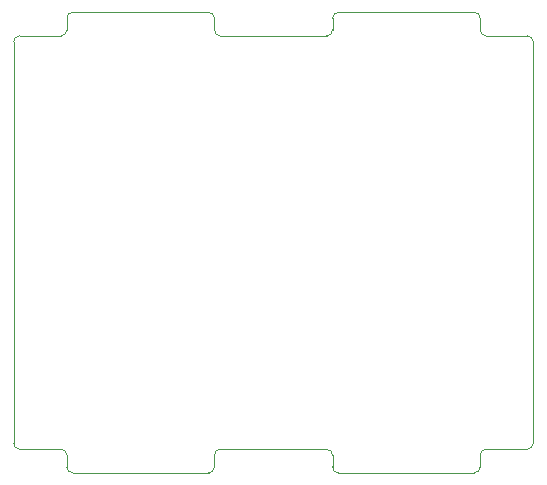
<source format=gm1>
%TF.GenerationSoftware,KiCad,Pcbnew,(6.0.0)*%
%TF.CreationDate,2022-05-26T17:50:24+02:00*%
%TF.ProjectId,slider,736c6964-6572-42e6-9b69-6361645f7063,rev?*%
%TF.SameCoordinates,Original*%
%TF.FileFunction,Profile,NP*%
%FSLAX46Y46*%
G04 Gerber Fmt 4.6, Leading zero omitted, Abs format (unit mm)*
G04 Created by KiCad (PCBNEW (6.0.0)) date 2022-05-26 17:50:24*
%MOMM*%
%LPD*%
G01*
G04 APERTURE LIST*
%TA.AperFunction,Profile*%
%ADD10C,0.100000*%
%TD*%
G04 APERTURE END LIST*
D10*
X134999999Y-82000001D02*
X135000000Y-81000000D01*
X145499999Y-80499999D02*
G75*
G03*
X144999999Y-80999999I1J-500001D01*
G01*
X144999999Y-119000001D02*
G75*
G03*
X145499999Y-119500001I500001J1D01*
G01*
X117999999Y-82999999D02*
X117999999Y-117000001D01*
X145000001Y-117999999D02*
G75*
G03*
X144500001Y-117499999I-500001J-1D01*
G01*
X122000001Y-82500001D02*
G75*
G03*
X122500001Y-82000001I-1J500001D01*
G01*
X135499999Y-117499999D02*
X144500001Y-117499999D01*
X122999999Y-119500001D02*
X134500001Y-119500001D01*
X157999999Y-117499999D02*
X161500001Y-117500002D01*
X117999999Y-117000001D02*
G75*
G03*
X118499999Y-117500001I500001J1D01*
G01*
X157000001Y-119500001D02*
G75*
G03*
X157500001Y-119000001I-1J500001D01*
G01*
X145000001Y-117999999D02*
X145000000Y-119000000D01*
X162000001Y-83000000D02*
X162000001Y-117000002D01*
X122500001Y-117999999D02*
G75*
G03*
X122000001Y-117499999I-500001J-1D01*
G01*
X162000001Y-82999999D02*
G75*
G03*
X161500001Y-82499999I-500001J-1D01*
G01*
X157000001Y-119500001D02*
X145499999Y-119500001D01*
X145000001Y-82000001D02*
X145000000Y-81000000D01*
X144500001Y-82500001D02*
X135499999Y-82500001D01*
X157500001Y-80999999D02*
G75*
G03*
X157000001Y-80499999I-500001J-1D01*
G01*
X122500001Y-117999999D02*
X122499999Y-119000001D01*
X157000001Y-80499999D02*
X145499999Y-80499999D01*
X118499999Y-82500003D02*
X122000001Y-82500001D01*
X134999999Y-82000001D02*
G75*
G03*
X135499999Y-82500001I500001J1D01*
G01*
X144500001Y-82500001D02*
G75*
G03*
X145000001Y-82000001I-1J500001D01*
G01*
X122999999Y-80499999D02*
X134500001Y-80499999D01*
X157499999Y-82000001D02*
X157500001Y-80999999D01*
X134999999Y-117999999D02*
X135000000Y-119000000D01*
X122500001Y-82000001D02*
X122499999Y-80999999D01*
X134500001Y-119500001D02*
G75*
G03*
X135000001Y-119000001I-1J500001D01*
G01*
X118499999Y-82499999D02*
G75*
G03*
X117999999Y-82999999I1J-500001D01*
G01*
X157499999Y-82000001D02*
G75*
G03*
X157999999Y-82500001I500001J1D01*
G01*
X157999999Y-82500001D02*
X161500001Y-82499999D01*
X161500001Y-117500002D02*
G75*
G03*
X162000001Y-117000002I-1J500001D01*
G01*
X135499999Y-117499999D02*
G75*
G03*
X134999999Y-117999999I1J-500001D01*
G01*
X157499999Y-117999999D02*
X157500001Y-119000001D01*
X122499999Y-119000001D02*
G75*
G03*
X122999999Y-119500001I500001J1D01*
G01*
X135000001Y-80999999D02*
G75*
G03*
X134500001Y-80499999I-500001J-1D01*
G01*
X122999999Y-80499999D02*
G75*
G03*
X122499999Y-80999999I1J-500001D01*
G01*
X157999999Y-117499999D02*
G75*
G03*
X157499999Y-117999999I1J-500001D01*
G01*
X122000001Y-117499999D02*
X118499999Y-117500001D01*
M02*

</source>
